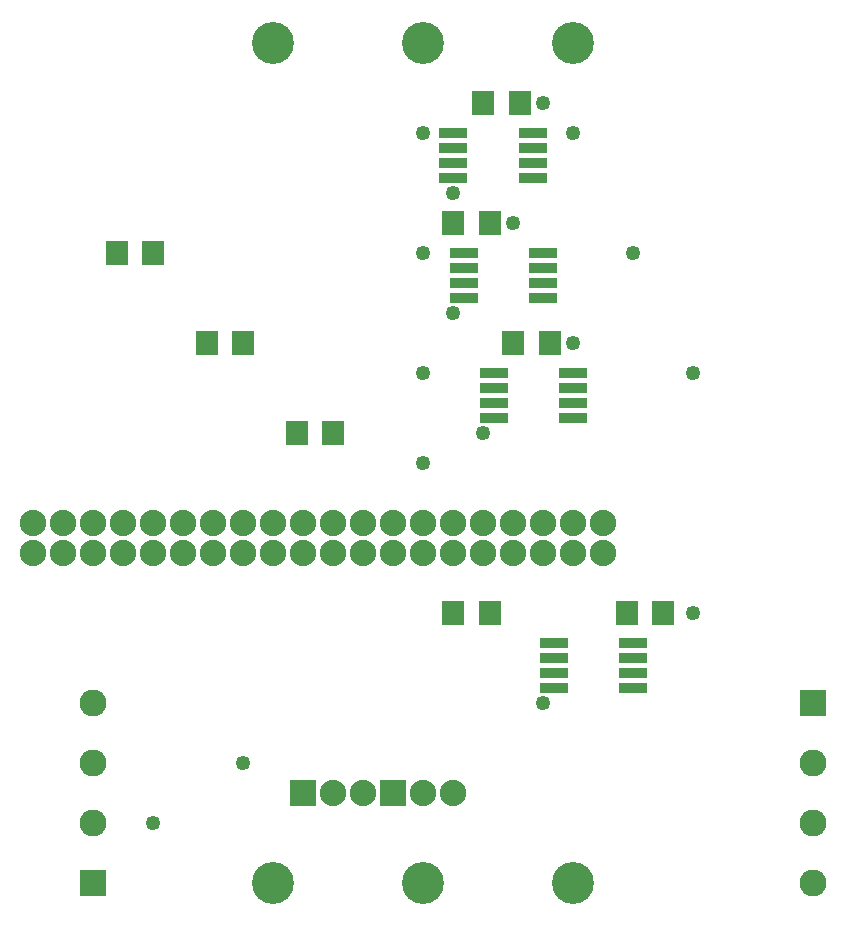
<source format=gts>
G04 MADE WITH FRITZING*
G04 WWW.FRITZING.ORG*
G04 DOUBLE SIDED*
G04 HOLES PLATED*
G04 CONTOUR ON CENTER OF CONTOUR VECTOR*
%ASAXBY*%
%FSLAX23Y23*%
%MOIN*%
%OFA0B0*%
%SFA1.0B1.0*%
%ADD10C,0.049370*%
%ADD11C,0.088000*%
%ADD12C,0.090000*%
%ADD13C,0.139921*%
%ADD14R,0.072992X0.084803*%
%ADD15R,0.088000X0.088000*%
%ADD16R,0.096900X0.034000*%
%ADD17R,0.090000X0.090000*%
%LNMASK1*%
G90*
G70*
G54D10*
X2529Y1222D03*
X1029Y722D03*
X2129Y2122D03*
X1929Y2522D03*
X1829Y1822D03*
X1729Y2222D03*
X1729Y2622D03*
X2529Y2022D03*
X2329Y2422D03*
X2129Y2822D03*
X1629Y2822D03*
X1629Y2422D03*
X1629Y2022D03*
X1629Y1722D03*
X2029Y2922D03*
G54D11*
X1529Y622D03*
X1629Y622D03*
X1729Y622D03*
X1229Y622D03*
X1329Y622D03*
X1429Y622D03*
G54D10*
X729Y522D03*
X2029Y922D03*
G54D12*
X529Y522D03*
X529Y722D03*
X529Y922D03*
X529Y322D03*
X2929Y722D03*
X2929Y522D03*
X2929Y322D03*
X2929Y922D03*
G54D11*
X329Y1522D03*
X429Y1522D03*
X529Y1522D03*
X629Y1522D03*
X729Y1522D03*
X829Y1522D03*
X929Y1522D03*
X1029Y1522D03*
X1129Y1522D03*
X1229Y1522D03*
X1329Y1522D03*
X1429Y1522D03*
X1529Y1522D03*
X1629Y1522D03*
X1729Y1522D03*
X1829Y1522D03*
X1929Y1522D03*
X2029Y1522D03*
X2129Y1522D03*
X2229Y1522D03*
X329Y1522D03*
X429Y1522D03*
X529Y1522D03*
X629Y1522D03*
X729Y1522D03*
X829Y1522D03*
X929Y1522D03*
X1029Y1522D03*
X1129Y1522D03*
X1229Y1522D03*
X1329Y1522D03*
X1429Y1522D03*
X1529Y1522D03*
X1629Y1522D03*
X1729Y1522D03*
X1829Y1522D03*
X1929Y1522D03*
X2029Y1522D03*
X2129Y1522D03*
X2229Y1522D03*
X2229Y1422D03*
X2129Y1422D03*
X2029Y1422D03*
X1929Y1422D03*
X1829Y1422D03*
X1729Y1422D03*
X1629Y1422D03*
X1529Y1422D03*
X1429Y1422D03*
X1329Y1422D03*
X1229Y1422D03*
X1129Y1422D03*
X1029Y1422D03*
X929Y1422D03*
X829Y1422D03*
X729Y1422D03*
X629Y1422D03*
X529Y1422D03*
X429Y1422D03*
X329Y1422D03*
X329Y1522D03*
X429Y1522D03*
X529Y1522D03*
X629Y1522D03*
X729Y1522D03*
X829Y1522D03*
X929Y1522D03*
X1029Y1522D03*
X1129Y1522D03*
X1229Y1522D03*
X1329Y1522D03*
X1429Y1522D03*
X1529Y1522D03*
X1629Y1522D03*
X1729Y1522D03*
X1829Y1522D03*
X1929Y1522D03*
X2029Y1522D03*
X2129Y1522D03*
X2229Y1522D03*
X329Y1522D03*
X429Y1522D03*
X529Y1522D03*
X629Y1522D03*
X729Y1522D03*
X829Y1522D03*
X929Y1522D03*
X1029Y1522D03*
X1129Y1522D03*
X1229Y1522D03*
X1329Y1522D03*
X1429Y1522D03*
X1529Y1522D03*
X1629Y1522D03*
X1729Y1522D03*
X1829Y1522D03*
X1929Y1522D03*
X2029Y1522D03*
X2129Y1522D03*
X2229Y1522D03*
X2229Y1422D03*
X2129Y1422D03*
X2029Y1422D03*
X1929Y1422D03*
X1829Y1422D03*
X1729Y1422D03*
X1629Y1422D03*
X1529Y1422D03*
X1429Y1422D03*
X1329Y1422D03*
X1229Y1422D03*
X1129Y1422D03*
X1029Y1422D03*
X929Y1422D03*
X829Y1422D03*
X729Y1422D03*
X629Y1422D03*
X529Y1422D03*
X429Y1422D03*
X329Y1422D03*
G54D13*
X2129Y3122D03*
X1629Y3122D03*
X1129Y3122D03*
X1629Y322D03*
X1129Y322D03*
X2129Y322D03*
G54D14*
X1851Y1222D03*
X1729Y1222D03*
X1851Y2522D03*
X1729Y2522D03*
X2051Y2122D03*
X1929Y2122D03*
X1951Y2922D03*
X1829Y2922D03*
X1329Y1822D03*
X1207Y1822D03*
G54D15*
X1529Y622D03*
X1229Y622D03*
G54D16*
X2064Y1122D03*
X2064Y1072D03*
X2064Y1022D03*
X2064Y972D03*
X2329Y972D03*
X2329Y1022D03*
X2329Y1072D03*
X2329Y1122D03*
X1864Y2022D03*
X1864Y1972D03*
X1864Y1922D03*
X1864Y1872D03*
X2129Y1872D03*
X2129Y1922D03*
X2129Y1972D03*
X2129Y2022D03*
X1764Y2422D03*
X1764Y2372D03*
X1764Y2322D03*
X1764Y2272D03*
X2029Y2272D03*
X2029Y2322D03*
X2029Y2372D03*
X2029Y2422D03*
X1729Y2822D03*
X1729Y2772D03*
X1729Y2722D03*
X1729Y2672D03*
X1994Y2672D03*
X1994Y2722D03*
X1994Y2772D03*
X1994Y2822D03*
G54D14*
X2429Y1222D03*
X2307Y1222D03*
X1029Y2122D03*
X907Y2122D03*
X729Y2422D03*
X607Y2422D03*
G54D17*
X529Y322D03*
X2929Y922D03*
G04 End of Mask1*
M02*
</source>
